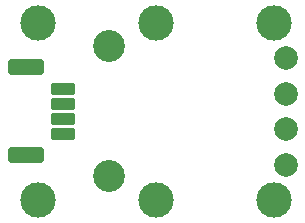
<source format=gbr>
G04 #@! TF.GenerationSoftware,KiCad,Pcbnew,(5.99.0-10394-g2e15de97e0)*
G04 #@! TF.CreationDate,2021-04-26T16:11:07+02:00*
G04 #@! TF.ProjectId,TFHT01A,54464854-3031-4412-9e6b-696361645f70,REV*
G04 #@! TF.SameCoordinates,PX78dfd90PY8290510*
G04 #@! TF.FileFunction,Soldermask,Top*
G04 #@! TF.FilePolarity,Negative*
%FSLAX46Y46*%
G04 Gerber Fmt 4.6, Leading zero omitted, Abs format (unit mm)*
G04 Created by KiCad (PCBNEW (5.99.0-10394-g2e15de97e0)) date 2021-04-26 16:11:07*
%MOMM*%
%LPD*%
G01*
G04 APERTURE LIST*
G04 Aperture macros list*
%AMRoundRect*
0 Rectangle with rounded corners*
0 $1 Rounding radius*
0 $2 $3 $4 $5 $6 $7 $8 $9 X,Y pos of 4 corners*
0 Add a 4 corners polygon primitive as box body*
4,1,4,$2,$3,$4,$5,$6,$7,$8,$9,$2,$3,0*
0 Add four circle primitives for the rounded corners*
1,1,$1+$1,$2,$3*
1,1,$1+$1,$4,$5*
1,1,$1+$1,$6,$7*
1,1,$1+$1,$8,$9*
0 Add four rect primitives between the rounded corners*
20,1,$1+$1,$2,$3,$4,$5,0*
20,1,$1+$1,$4,$5,$6,$7,0*
20,1,$1+$1,$6,$7,$8,$9,0*
20,1,$1+$1,$8,$9,$2,$3,0*%
G04 Aperture macros list end*
%ADD10C,2.000000*%
%ADD11C,3.000000*%
%ADD12RoundRect,0.250000X-0.800000X0.250000X-0.800000X-0.250000X0.800000X-0.250000X0.800000X0.250000X0*%
%ADD13RoundRect,0.350000X-1.200000X0.350000X-1.200000X-0.350000X1.200000X-0.350000X1.200000X0.350000X0*%
%ADD14C,2.700000*%
G04 APERTURE END LIST*
D10*
G04 #@! TO.C,REF\u002A\u002A*
X-103246000Y148906000D03*
G04 #@! TD*
D11*
G04 #@! TO.C,M4*
X-114246000Y151906000D03*
G04 #@! TD*
D12*
G04 #@! TO.C,J2*
X-122096000Y146281000D03*
X-122096000Y145031000D03*
X-122096000Y143781000D03*
X-122096000Y142531000D03*
D13*
X-125296000Y148131000D03*
X-125296000Y140681000D03*
G04 #@! TD*
D11*
G04 #@! TO.C,M2*
X-114246000Y136906000D03*
G04 #@! TD*
D10*
G04 #@! TO.C,REF\u002A\u002A*
X-103246000Y142906000D03*
G04 #@! TD*
G04 #@! TO.C,REF\u002A\u002A*
X-103246000Y145906000D03*
G04 #@! TD*
G04 #@! TO.C,REF\u002A\u002A*
X-103246000Y139906000D03*
G04 #@! TD*
D11*
G04 #@! TO.C,M6*
X-124246000Y151906000D03*
G04 #@! TD*
G04 #@! TO.C,M5*
X-104246000Y136906000D03*
G04 #@! TD*
G04 #@! TO.C,M1*
X-104246000Y151906000D03*
G04 #@! TD*
G04 #@! TO.C,M3*
X-124246000Y136906000D03*
G04 #@! TD*
D14*
G04 #@! TO.C,D2*
X-118246000Y149906000D03*
G04 #@! TD*
G04 #@! TO.C,D3*
X-118246000Y138906000D03*
G04 #@! TD*
M02*

</source>
